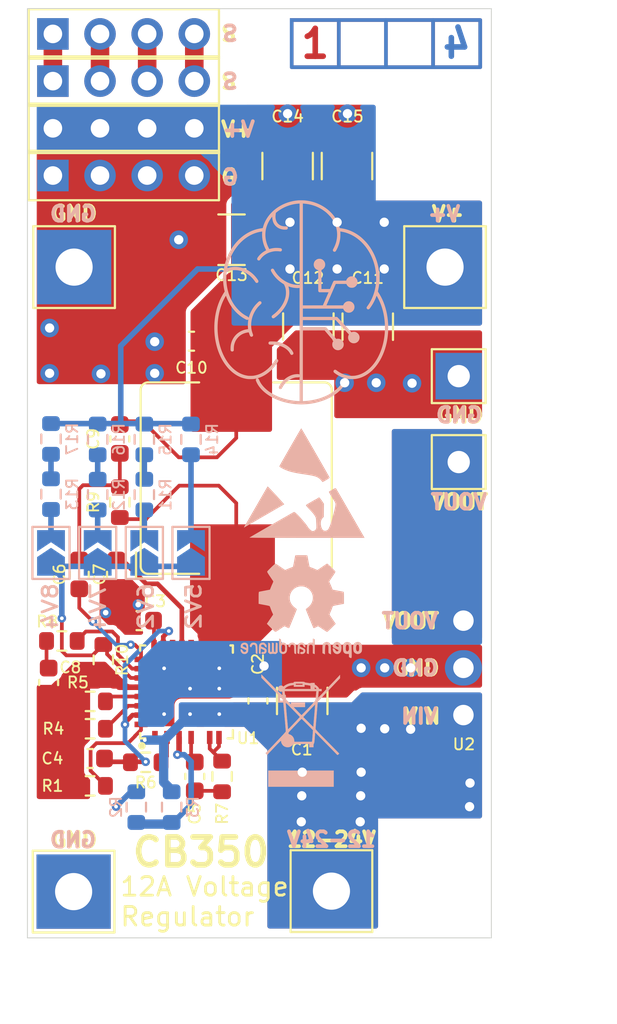
<source format=kicad_pcb>
(kicad_pcb (version 20221018) (generator pcbnew)
  (layers (0 "F.Cu" signal) (1 "In1.Cu" power) (2 "In2.Cu" power) (31 "B.Cu" signal) (34 "B.Paste" user) (35 "F.Paste" user) (36 "B.SilkS" user "B.Silkscreen") (37 "F.SilkS" user "F.Silkscreen") (38 "B.Mask" user) (39 "F.Mask" user) (44 "Edge.Cuts" user))
  (net 0 "")
  (net 1 "+24V")
  (net 2 "GND")
  (net 3 "+VDC")
  (net 4 "VDD")
  (net 5 "+5V")
  (net 6 "Net-(U1-SS)")
  (net 7 "Net-(C5-Pad2)")
  (net 8 "Net-(U1-BOOT)")
  (net 9 "Net-(C6-Pad2)")
  (net 10 "Net-(U1-VSNS)")
  (net 11 "Net-(U1-VDRV)")
  (net 12 "Net-(C8-Pad1)")
  (net 13 "Net-(J5-Pin_4)")
  (net 14 "Net-(J5-Pin_3)")
  (net 15 "Net-(J5-Pin_2)")
  (net 16 "Net-(J5-Pin_1)")
  (net 17 "Net-(JP1-B)")
  (net 18 "Net-(JP1-A)")
  (net 19 "Net-(JP2-B)")
  (net 20 "Net-(JP3-B)")
  (net 21 "Net-(JP4-B)")
  (net 22 "Net-(U1-SW)")
  (net 23 "Net-(U1-MODE)")
  (net 24 "Net-(U1-EN)")
  (net 25 "Net-(U1-ILIM)")
  (net 26 "Net-(U1-FSW)")
  (net 27 "Net-(U1-PGOOD)")
  (net 28 "Net-(R7-Pad1)")
  (net 29 "Net-(U1-COMP)")
  (net 30 "Net-(R11-Pad2)")
  (net 31 "Net-(R12-Pad2)")
  (net 32 "Net-(R13-Pad2)")
  (footprint "Capacitor_SMD:C_1210_3225Metric" (layer "F.Cu") (at 114.808 87.249 90)
    (fp_text reference "C1")
    (fp_text value "47µ")
  )
  (footprint "Capacitor_SMD:C_0603_1608Metric" (layer "F.Cu") (at 108.839 67.8942 180)
    (fp_text reference "C10")
    (fp_text value "100n")
  )
  (footprint "Capacitor_SMD:C_0603_1608Metric" (layer "F.Cu") (at 102.7938 80.4418 90)
    (fp_text reference "C6")
    (fp_text value "1n2")
  )
  (footprint "Resistor_SMD:R_0603_1608Metric" (layer "F.Cu") (at 103.378 87.2744 180)
    (fp_text reference "R5")
    (fp_text value "27k4")
  )
  (footprint "Connector_PinHeader_2.54mm:PinHeader_1x04_P2.54mm_Vertical" (layer "F.Cu") (at 101.3714 51.3588 90)
    (fp_text reference "J6" hide)
    (fp_text value "S")
  )
  (footprint "Capacitor_SMD:C_0603_1608Metric" (layer "F.Cu") (at 109.0168 91.313 -90)
    (fp_text reference "C5")
    (fp_text value "100n")
  )
  (footprint "Capacitor_SMD:C_0603_1608Metric" (layer "F.Cu") (at 101.1428 86.2584 -90)
    (fp_text reference "C8")
    (fp_text value "560p")
  )
  (footprint "MountingHole:MountingHole_3.2mm_M3_DIN965" (layer "F.Cu") (at 121.9454 96.9518)
    (fp_text reference "H2" hide)
    (fp_text value "MountingHole" hide)
  )
  (footprint "TestPoint:TestPoint_THTPad_2.5x2.5mm_Drill1.2mm" (layer "F.Cu") (at 123.2408 74.3966)
    (fp_text reference "J3" hide)
    (fp_text value "5V")
  )
  (footprint "eigene:VREG_SIC471ED-T1-GE3" (layer "F.Cu") (at 108.5712 86.7638 90)
    (fp_text reference "U1")
    (fp_text value "SIC471ED-T1-GE3")
  )
  (footprint "Capacitor_SMD:C_1210_3225Metric" (layer "F.Cu") (at 115.1382 67.1068 -90)
    (fp_text reference "C12")
    (fp_text value "47µ")
  )
  (footprint "Capacitor_SMD:C_0603_1608Metric" (layer "F.Cu") (at 104.8004 80.4418 -90)
    (fp_text reference "C7")
    (fp_text value "4u7")
  )
  (footprint "TestPoint:TestPoint_THTPad_4.0x4.0mm_Drill2.0mm" (layer "F.Cu") (at 122.5042 63.9064)
    (fp_text reference "J9" hide)
    (fp_text value "V_Out")
  )
  (footprint "Resistor_SMD:R_0603_1608Metric" (layer "F.Cu") (at 103.378 88.7476 180)
    (fp_text reference "R4")
    (fp_text value "69k8")
  )
  (footprint "Resistor_SMD:R_0603_1608Metric" (layer "F.Cu") (at 101.854 84.0232 180)
    (fp_text reference "R8")
    (fp_text value "154k")
  )
  (footprint "Connector_PinHeader_2.54mm:PinHeader_1x04_P2.54mm_Vertical" (layer "F.Cu") (at 101.3714 58.9788 90)
    (fp_text reference "J8" hide)
    (fp_text value "G")
  )
  (footprint "Capacitor_SMD:C_0603_1608Metric" (layer "F.Cu") (at 104.9782 73.152 90)
    (fp_text reference "C9")
    (fp_text value "3n9")
  )
  (footprint "TestPoint:TestPoint_THTPad_4.0x4.0mm_Drill2.0mm" (layer "F.Cu") (at 102.489 97.5106)
    (fp_text reference "J2" hide)
    (fp_text value "GND")
  )
  (footprint "Capacitor_SMD:C_1210_3225Metric" (layer "F.Cu") (at 110.998 62.4332 180)
    (fp_text reference "C13")
    (fp_text value "47µ")
  )
  (footprint "TestPoint:TestPoint_THTPad_2.5x2.5mm_Drill1.2mm" (layer "F.Cu") (at 123.2408 69.7738)
    (fp_text reference "J4" hide)
    (fp_text value "GND")
  )
  (footprint "Capacitor_SMD:C_0603_1608Metric" (layer "F.Cu") (at 112.4204 87.249 90)
    (fp_text reference "C2")
    (fp_text value "100n")
  )
  (footprint "eigene:ladder_4" (layer "F.Cu") (at 113.7994 56.6306)
    (fp_text reference "")
    (fp_text value "")
  )
  (footprint "MountingHole:MountingHole_3.2mm_M3_DIN965" (layer "F.Cu") (at 121.9708 56.9468)
    (fp_text reference "H1" hide)
    (fp_text value "MountingHole" hide)
  )
  (footprint "Resistor_SMD:R_0603_1608Metric" (layer "F.Cu") (at 110.49 91.313 -90)
    (fp_text reference "R7")
    (fp_text value "2R2")
  )
  (footprint "Resistor_SMD:R_0603_1608Metric" (layer "F.Cu") (at 104.0892 85.0392 -90)
    (fp_text reference "R10")
    (fp_text value "10k")
  )
  (footprint "Inductor_SMD:L_Bourns_SRP1038C_10.0x10.0mm" (layer "F.Cu") (at 111.252 75.2602 90)
    (fp_text reference "L1")
    (fp_text value "SRP1038AA-2R2M\n")
  )
  (footprint "Capacitor_SMD:C_1210_3225Metric" (layer "F.Cu") (at 118.3386 67.1126 -90)
    (fp_text reference "C11")
    (fp_text value "47µ")
  )
  (footprint "Resistor_SMD:R_0603_1608Metric" (layer "F.Cu") (at 103.378 91.821 180)
    (fp_text reference "R1")
    (fp_text value "2k")
  )
  (footprint "Capacitor_SMD:C_1210_3225Metric" (layer "F.Cu") (at 114.0206 58.469 90)
    (fp_text reference "C14")
    (fp_text value "47µ")
  )
  (footprint "Connector_PinHeader_2.54mm:PinHeader_1x04_P2.54mm_Vertical" (layer "F.Cu") (at 101.3714 56.4388 90)
    (fp_text reference "J7" hide)
    (fp_text value "V+")
  )
  (footprint "TestPoint:TestPoint_THTPad_4.0x4.0mm_Drill2.0mm" (layer "F.Cu") (at 116.3828 97.4852)
    (fp_text reference "J1" hide)
    (fp_text value "V_In")
  )
  (footprint "Resistor_SMD:R_0603_1608Metric" (layer "F.Cu") (at 106.3752 90.551 180)
    (fp_text reference "R6")
    (fp_text value "100k")
  )
  (footprint "Package_TO_SOT_THT:TO-220-3_Vertical" (layer "F.Cu") (at 123.4948 88.011 90)
    (fp_text reference "U2")
    (fp_text value "SY317")
  )
  (footprint "Connector_PinHeader_2.54mm:PinHeader_1x04_P2.54mm_Vertical" (layer "F.Cu") (at 101.3714 53.8988 90)
    (fp_text reference "J5" hide)
    (fp_text value "S")
  )
  (footprint "Capacitor_SMD:C_0603_1608Metric" (layer "F.Cu") (at 103.378 90.3478 180)
    (fp_text reference "C4")
    (fp_text value "1u")
  )
  (footprint "Capacitor_SMD:C_1210_3225Metric" (layer "F.Cu") (at 117.221 58.469 90)
    (fp_text reference "C15")
    (fp_text value "47µ")
  )
  (footprint "TestPoint:TestPoint_THTPad_4.0x4.0mm_Drill2.0mm" (layer "F.Cu") (at 102.5144 63.9064)
    (fp_text reference "J10" hide)
    (fp_text value "GND")
  )
  (footprint "Capacitor_SMD:C_0603_1608Metric" (layer "F.Cu") (at 106.0196 82.931 180)
    (fp_text reference "C3")
    (fp_text value "100n")
  )
  (footprint "Resistor_SMD:R_0603_1608Metric" (layer "F.Cu") (at 104.9782 76.5556 90)
    (fp_text reference "R9")
    (fp_text value "3k92")
  )
  (footprint "Resistor_SMD:R_0603_1608Metric" (layer "B.Cu") (at 101.2698 73.152 90)
    (fp_text reference "R17")
    (fp_text value "68k")
  )
  (footprint "Resistor_SMD:R_0603_1608Metric" (layer "B.Cu") (at 107.7722 92.964 -90)
    (fp_text reference "R2")
    (fp_text value "562k")
  )
  (footprint "Jumper:SolderJumper-2_P1.3mm_Open_TrianglePad1.0x1.5mm" (layer "B.Cu") (at 103.7844 79.285 90)
    (fp_text reference "JP3" hide)
    (fp_text value "7V4")
  )
  (footprint "Resistor_SMD:R_0603_1608Metric" (layer "B.Cu") (at 103.7844 73.1774 90)
    (fp_text reference "R16")
    (fp_text value "75k")
  )
  (footprint "Jumper:SolderJumper-2_P1.3mm_Open_TrianglePad1.0x1.5mm" (layer "B.Cu") (at 106.299 79.285 90)
    (fp_text reference "JP2" hide)
    (fp_text value "6V2")
  )
  (footprint "Symbol:ESD-Logo_6.6x6mm_SilkScreen" (layer "B.Cu") (at 114.9096 75.5142 180)
    (fp_text reference "REF**" hide)
    (fp_text value "ESD-Logo_6.6x6mm_SilkScreen" hide)
  )
  (footprint "Resistor_SMD:R_0603_1608Metric" (layer "B.Cu") (at 108.8136 73.1774 90)
    (fp_text reference "R14")
    (fp_text value "54k9")
  )
  (footprint "Jumper:SolderJumper-2_P1.3mm_Open_TrianglePad1.0x1.5mm" (layer "B.Cu") (at 101.2698 79.285 90)
    (fp_text reference "JP4" hide)
    (fp_text value "8V4")
  )
  (footprint "Symbol:OSHW-Logo2_7.3x6mm_SilkScreen" (layer "B.Cu") (at 114.7572 82.169 180)
    (fp_text reference "REF**" hide)
    (fp_text value "OSHW-Logo2_7.3x6mm_SilkScreen" hide)
  )
  (footprint "Resistor_SMD:R_0603_1608Metric" (layer "B.Cu") (at 106.299 76.1492 90)
    (fp_text reference "R11")
    (fp_text value "5k6")
  )
  (footprint "Jumper:SolderJumper-2_P1.3mm_Open_TrianglePad1.0x1.5mm" (layer "B.Cu") (at 108.8136 79.285 90)
    (fp_text reference "JP1" hide)
    (fp_text value "5V2")
  )
  (footprint "eigene:logo" (layer "B.Cu") (at 114.7318 65.8368 180)
    (fp_text reference "G***" hide)
    (fp_text value "LOGO" hide)
  )
  (footprint "Resistor_SMD:R_0603_1608Metric" (layer "B.Cu") (at 101.2698 76.1238 90)
    (fp_text reference "R13")
    (fp_text value "27k")
  )
  (footprint "Resistor_SMD:R_0603_1608Metric" (layer "B.Cu") (at 105.8672 92.964 90)
    (fp_text reference "R3")
    (fp_text value "200k")
  )
  (footprint "Resistor_SMD:R_0603_1608Metric" (layer "B.Cu") (at 106.299 73.1774 90)
    (fp_text reference "R15")
    (fp_text value "62k")
  )
  (footprint "Symbol:WEEE-Logo_4.2x6mm_SilkScreen" (layer "B.Cu") (at 114.7318 88.8492 180)
    (fp_text reference "REF**" hide)
    (fp_text value "WEEE-Logo_4.2x6mm_SilkScreen" hide)
  )
  (footprint "Resistor_SMD:R_0603_1608Metric" (layer "B.Cu") (at 103.7844 76.1492 90)
    (fp_text reference "R12")
    (fp_text value "7k5")
  )
  (gr_line locked (start 100 50) (end 100 100) (stroke (width 0.05)) (layer "Edge.Cuts"))
  (gr_line locked (start 125 100) (end 125 50) (stroke (width 0.05)) (layer "Edge.Cuts"))
  (gr_line locked (start 125 50) (end 100 50) (stroke (width 0.05)) (layer "Edge.Cuts"))
  (gr_line locked (start 100 100) (end 125 100) (stroke (width 0.05)) (layer "Edge.Cuts"))
  (gr_text "S\n\nS\n\nV+\n\nG" (at 110.4138 59.5376) (layer "B.SilkS") (effects (font (size 0.8 0.8) (thickness 0.2) bold) (justify right bottom mirror)))
  (gr_text "VOUT" (at 122.2248 83.4136) (layer "B.SilkS") (effects (font (size 0.8 0.8) (thickness 0.2) bold) (justify left bottom mirror)))
  (gr_text "V+" (at 123.4186 61.5188) (layer "B.SilkS") (effects (font (size 0.8 0.8) (thickness 0.2) bold) (justify left bottom mirror)))
  (gr_text "GND" (at 103.8098 61.5188) (layer "B.SilkS") (effects (font (size 0.8 0.8) (thickness 0.2) bold) (justify left bottom mirror)))
  (gr_text "GND" (at 124.6124 72.3392) (layer "B.SilkS") (effects (font (size 0.8 0.8) (thickness 0.2) bold) (justify left bottom mirror)))
  (gr_text "VOUT" (at 124.8664 77.0128) (layer "B.SilkS") (effects (font (size 0.8 0.8) (thickness 0.2) bold) (justify left bottom mirror)))
  (gr_text "GND" (at 122.2502 85.9536) (layer "B.SilkS") (effects (font (size 0.8 0.8) (thickness 0.2) bold) (justify left bottom mirror)))
  (gr_text "8V4\n\n7V4\n\n6V2\n\n5V2" (at 109.4232 80.8228 90) (layer "B.SilkS") (effects (font (size 0.8 0.9)) (justify left bottom mirror)))
  (gr_text "GND" (at 103.8098 95.1992) (layer "B.SilkS") (effects (font (size 0.8 0.8) (thickness 0.2) bold) (justify left bottom mirror)))
  (gr_text "VIN" (at 122.1994 88.5444) (layer "B.SilkS") (effects (font (size 0.8 0.8) (thickness 0.2) bold) (justify left bottom mirror)))
  (gr_text "12-24V" (at 118.872 95.1738) (layer "B.SilkS") (effects (font (size 0.8 0.8) (thickness 0.2) bold) (justify left bottom mirror)))
  (gr_text "V+" (at 121.6914 61.5188) (layer "F.SilkS") (effects (font (size 0.8 0.8) (thickness 0.2) bold) (justify left bottom)))
  (gr_text "GND" (at 101.1682 61.4934) (layer "F.SilkS") (effects (font (size 0.8 0.8) (thickness 0.2) bold) (justify left bottom)))
  (gr_text "S\n\nS\n\nV+\n\nG" (at 110.3376 59.5376) (layer "F.SilkS") (effects (font (size 0.8 0.8) (thickness 0.2) bold) (justify left bottom)))
  (gr_text "12A Voltage\nRegulator" (at 104.9274 99.441) (layer "F.SilkS") (effects (font (size 1 1)) (justify left bottom)))
  (gr_text "VOUT" (at 119.0498 83.4136) (layer "F.SilkS") (effects (font (size 0.8 0.8) (thickness 0.2) bold) (justify left bottom)))
  (gr_text "GND" (at 121.9708 72.3392) (layer "F.SilkS") (effects (font (size 0.8 0.8) (thickness 0.2) bold) (justify left bottom)))
  (gr_text "GND" (at 119.6086 85.9536) (layer "F.SilkS") (effects (font (size 0.8 0.8) (thickness 0.2) bold) (justify left bottom)))
  (gr_text "VIN" (at 120.1928 88.5444) (layer "F.SilkS") (effects (font (size 0.8 0.8) (thickness 0.2) bold) (justify left bottom)))
  (gr_text "GND" (at 101.1682 95.1992) (layer "F.SilkS") (effects (font (size 0.8 0.8) (thickness 0.2) bold) (justify left bottom)))
  (gr_text "CB350" (at 105.5116 96.266) (layer "F.SilkS") (effects (font (size 1.5 1.5) (thickness 0.3) bold) (justify left bottom)))
  (gr_text "12-24V" (at 113.8936 95.1738) (layer "F.SilkS") (effects (font (size 0.8 0.8) (thickness 0.2) bold) (justify left bottom)))
  (gr_text "VOUT" (at 121.6914 77.0128) (layer "F.SilkS") (effects (font (size 0.8 0.8) (thickness 0.2) bold) (justify left bottom)))
  (segment (start 106.8712 89.2138) (end 106.4678 89.2138) (width 0.2) (layer "F.Cu") (net 1))
  (segment (start 106.4678 89.2138) (end 106.3244 89.3572) (width 0.2) (layer "F.Cu") (net 1))
  (via (at 123.825 92.9386) (size 1) (drill 0.5) (layers "F.Cu" "B.Cu") (net 1))
  (via (at 117.983 91.0844) (size 1) (drill 0.5) (layers "F.Cu" "B.Cu") (net 1))
  (via (at 117.9576 92.3544) (size 1) (drill 0.5) (layers "F.Cu" "B.Cu") (net 1))
  (via (at 114.7572 93.7514) (size 1) (drill 0.5) (layers "F.Cu" "B.Cu") (net 1))
  (via (at 117.983 88.7222) (size 1) (drill 0.5) (layers "F.Cu" "B.Cu") (net 1))
  (via (at 106.3244 89.3572) (size 0.46) (drill 0.2) (layers "F.Cu" "B.Cu") (net 1))
  (via (at 114.7826 92.3544) (size 1) (drill 0.5) (layers "F.Cu" "B.Cu") (net 1))
  (via (at 120.65 88.773) (size 1) (drill 0.5) (layers "F.Cu" "B.Cu") (net 1))
  (via (at 114.808 91.0844) (size 1) (drill 0.5) (layers "F.Cu" "B.Cu") (net 1))
  (via (at 108.7628 87.9602) (size 0.46) (drill 0.2) (layers "F.Cu" "B.Cu") (net 1))
  (via (at 123.8504 91.6686) (size 1) (drill 0.5) (layers "F.Cu" "B.Cu") (net 1))
  (via (at 119.253 88.7476) (size 1) (drill 0.5) (layers "F.Cu" "B.Cu") (net 1))
  (via (at 110.3376 87.9602) (size 0.46) (drill 0.2) (layers "F.Cu" "B.Cu") (net 1))
  (via (at 117.9322 93.7514) (size 1) (drill 0.5) (layers "F.Cu" "B.Cu") (net 1))
  (segment (start 107.3404 89.3826) (end 107.3404 91.6197) (width 0.5) (layer "B.Cu") (net 1))
  (segment (start 107.3658 89.3572) (end 107.3404 89.3826) (width 0.5) (layer "B.Cu") (net 1))
  (segment (start 107.3658 89.3572) (end 106.3244 89.3572) (width 0.5) (layer "B.Cu") (net 1))
  (segment (start 108.7628 87.9602) (end 107.3658 89.3572) (width 0.5) (layer "B.Cu") (net 1))
  (segment (start 107.3404 91.6197) (end 107.7722 92.0515) (width 0.5) (layer "B.Cu") (net 1))
  (segment (start 106.1212 86.5138) (end 107.1212 86.5138) (width 0.3) (layer "F.Cu") (net 2))
  (segment (start 107.8212 84.3138) (end 107.8212 85.041) (width 0.3) (layer "F.Cu") (net 2))
  (segment (start 106.1212 86.5138) (end 105.3352 86.5138) (width 0.3) (layer "F.Cu") (net 2))
  (segment (start 105.3352 86.5138) (end 105.283 86.4616) (width 0.3) (layer "F.Cu") (net 2))
  (segment (start 107.8212 85.041) (end 107.3658 85.4964) (width 0.3) (layer "F.Cu") (net 2))
  (segment (start 107.1212 86.5138) (end 107.3712 86.7638) (width 0.3) (layer "F.Cu") (net 2))
  (via (at 120.7262 70.1548) (size 1) (drill 0.5) (layers "F.Cu" "B.Cu") (net 2))
  (via (at 104.2162 82.4992) (size 0.6) (drill 0.3) (layers "F.Cu" "B.Cu") (net 2))
  (via (at 101.1936 69.6214) (size 1) (drill 0.5) (layers "F.Cu" "B.Cu") (net 2))
  (via (at 117.2464 55.6514) (size 1) (drill 0.5) (layers "F.Cu" "B.Cu") (net 2))
  (via (at 106.8578 69.6214) (size 1) (drill 0.5) (layers "F.Cu" "B.Cu") (net 2))
  (via (at 120.65 85.471) (size 1) (drill 0.5) (layers "F.Cu" "B.Cu") (net 2))
  (via (at 108.1532 62.4332) (size 1) (drill 0.5) (layers "F.Cu" "B.Cu") (net 2))
  (via (at 117.094 70.1294) (size 1) (drill 0.5) (layers "F.Cu" "B.Cu") (net 2))
  (via (at 103.9622 69.6468) (size 1) (drill 0.5) (layers "F.Cu" "B.Cu") (net 2))
  (via (at 117.983 85.471) (size 1) (drill 0.5) (layers "F.Cu" "B.Cu") (net 2))
  (via (at 108.7628 86.5886) (size 0.46) (drill 0.2) (layers "F.Cu" "B.Cu") (net 2))
  (via (at 110.3376 86.5886) (size 0.46) (drill 0.2) (layers "F.Cu" "B.Cu") (net 2))
  (via (at 110.3376 85.4964) (size 0.46) (drill 0.2) (layers "F.Cu" "B.Cu") (net 2))
  (via (at 105.9688 82.0674) (size 0.6) (drill 0.3) (layers "F.Cu" "B.Cu") (net 2))
  (via (at 119.253 85.471) (size 1) (drill 0.5) (layers "F.Cu" "B.Cu") (net 2))
  (via (at 107.3658 87.9602) (size 0.46) (drill 0.2) (layers "F.Cu" "B.Cu") (net 2))
  (via (at 112.7506 85.3694) (size 1) (drill 0.5) (layers "F.Cu" "B.Cu") (net 2))
  (via (at 107.3658 85.4964) (size 0.46) (drill 0.2) (layers "F.Cu" "B.Cu") (net 2))
  (via (at 106.8578 67.9196) (size 1) (drill 0.5) (layers "F.Cu" "B.Cu") (net 2))
  (via (at 118.7958 70.1294) (size 1) (drill 0.5) (layers "F.Cu" "B.Cu") (net 2))
  (via (at 114.0206 55.6514) (size 1) (drill 0.5) (layers "F.Cu" "B.Cu") (net 2))
  (via (at 101.1936 67.183) (size 1) (drill 0.5) (layers "F.Cu" "B.Cu") (net 2))
  (via (at 104.775 92.9386) (size 0.46) (drill 0.2) (layers "F.Cu" "B.Cu") (net 2))
  (segment (start 105.8672 92.0515) (end 105.6621 92.0515) (width 0.3) (layer "B.Cu") (net 2))
  (segment (start 105.6621 92.0515) (end 104.775 92.9386) (width 0.3) (layer "B.Cu") (net 2))
  (segment (start 111.252 70.7852) (end 111.252 73.1012) (width 0.2) (layer "F.Cu") (net 3))
  (segment (start 106.2126 72.202) (end 104.9782 72.202) (width 0.2) (layer "F.Cu") (net 3))
  (segment (start 110.2106 74.1426) (end 108.1532 74.1426) (width 0.2) (layer "F.Cu") (net 3))
  (segment (start 108.1532 74.1426) (end 106.2126 72.202) (width 0.2) (layer "F.Cu") (net 3))
  (segment (start 111.252 73.1012) (end 110.2106 74.1426) (width 0.2) (layer "F.Cu") (net 3))
  (via (at 119.2276 64.008) (size 1) (drill 0.5) (layers "F.Cu" "B.Cu") (net 3))
  (via (at 114.1476 61.4934) (size 1) (drill 0.5) (layers "F.Cu" "B.Cu") (net 3))
  (via (at 114.1476 64.008) (size 1) (drill 0.5) (layers "F.Cu" "B.Cu") (net 3))
  (via (at 119.2276 61.4934) (size 1) (drill 0.5) (layers "F.Cu" "B.Cu") (net 3))
  (via (at 116.6876 64.008) (size 1) (drill 0.5) (layers "F.Cu" "B.Cu") (net 3))
  (via (at 116.6876 61.4934) (size 1) (drill 0.5) (layers "F.Cu" "B.Cu") (net 3))
  (segment (start 105.029 68.1482) (end 109.1692 64.008) (width 0.3) (layer "B.Cu") (net 3))
  (segment (start 105.029 72.327) (end 105.029 68.1482) (width 0.3) (layer "B.Cu") (net 3))
  (segment (start 108.7882 72.327) (end 108.8136 72.3524) (width 0.3) (layer "B.Cu") (net 3))
  (segment (start 109.1692 64.008) (end 114.1476 64.008) (width 0.3) (layer "B.Cu") (net 3))
  (segment (start 105.029 72.327) (end 108.7882 72.327) (width 0.3) (layer "B.Cu") (net 3))
  (segment (start 101.2698 72.327) (end 105.029 72.327) (width 0.3) (layer "B.Cu") (net 3))
  (segment (start 105.2576 88.41778) (end 105.66158 88.0138) (width 0.25) (layer "F.Cu") (net 4))
  (segment (start 107.3212 84.3138) (end 107.3212 83.7884) (width 0.25) (layer "F.Cu") (net 4))
  (segment (start 105.66158 88.0138) (end 106.1212 88.0138) (width 0.25) (layer "F.Cu") (net 4))
  (segment (start 107.3212 83.7884) (end 107.6198 83.4898) (width 0.25) (layer "F.Cu") (net 4))
  (segment (start 105.2576 88.519) (end 105.2576 88.41778) (width 0.25) (layer "F.Cu") (net 4))
  (segment (start 106.3707 90.5256) (end 104.3308 90.5256) (width 0.25) (layer "F.Cu") (net 4))
  (segment (start 104.3308 90.5256) (end 104.153 90.3478) (width 0.25) (layer "F.Cu") (net 4))
  (via (at 106.3707 90.5256) (size 0.46) (drill 0.2) (layers "F.Cu" "B.Cu") (net 4))
  (via (at 105.2576 88.519) (size 0.46) (drill 0.2) (layers "F.Cu" "B.Cu") (net 4))
  (via (at 107.6198 83.4898) (size 0.46) (drill 0.2) (layers "F.Cu" "B.Cu") (net 4))
  (segment (start 107.083889 83.4898) (end 105.2576 85.316089) (width 0.25) (layer "B.Cu") (net 4))
  (segment (start 105.2576 89.4125) (end 106.3707 90.5256) (width 0.25) (layer "B.Cu") (net 4))
  (segment (start 105.2576 85.316089) (end 105.2576 88.519) (width 0.25) (layer "B.Cu") (net 4))
  (segment (start 107.6198 83.4898) (end 107.083889 83.4898) (width 0.25) (layer "B.Cu") (net 4))
  (segment (start 105.2576 88.519) (end 105.2576 89.4125) (width 0.25) (layer "B.Cu") (net 4))
  (segment (start 106.8212 84.3138) (end 106.8212 83.2092) (width 0.2) (layer "F.Cu") (net 6))
  (segment (start 106.8212 83.2092) (end 107.0994 82.931) (width 0.2) (layer "F.Cu") (net 6))
  (segment (start 109.0168 92.088) (end 110.44 92.088) (width 0.2) (layer "F.Cu") (net 7))
  (segment (start 110.44 92.088) (end 110.49 92.138) (width 0.2) (layer "F.Cu") (net 7))
  (segment (start 108.8212 89.2138) (end 108.8212 90.3424) (width 0.2) (layer "F.Cu") (net 8))
  (segment (start 108.8212 90.3424) (end 109.0168 90.538) (width 0.2) (layer "F.Cu") (net 8))
  (segment (start 102.7938 75.8444) (end 102.7938 79.4918) (width 0.2) (layer "F.Cu") (net 9))
  (segment (start 104.9782 75.6431) (end 104.9782 74.102) (width 0.2) (layer "F.Cu") (net 9))
  (segment (start 102.9951 75.6431) (end 102.7938 75.8444) (width 0.2) (layer "F.Cu") (net 9))
  (segment (start 104.9782 75.6431) (end 102.9951 75.6431) (width 0.2) (layer "F.Cu") (net 9))
  (segment (start 105.791 84.2264) (end 105.5624 84.2264) (width 0.2) (layer "F.Cu") (net 10))
  (segment (start 102.7938 82.2481) (end 102.7938 81.3918) (width 0.2) (layer "F.Cu") (net 10))
  (segment (start 106.0958 84.5312) (end 105.791 84.2264) (width 0.2) (layer "F.Cu") (net 10))
  (segment (start 106.1212 84.5566) (end 106.0958 84.5312) (width 0.2) (layer "F.Cu") (net 10))
  (segment (start 103.5304 82.9847) (end 102.7938 82.2481) (width 0.2) (layer "F.Cu") (net 10))
  (segment (start 106.1212 85.0138) (end 106.1212 84.5566) (width 0.2) (layer "F.Cu") (net 10))
  (via (at 103.5304 82.9847) (size 0.46) (drill 0.2) (layers "F.Cu" "B.Cu") (net 10))
  (via (at 105.5624 84.2264) (size 0.46) (drill 0.2) (layers "F.Cu" "B.Cu") (net 10))
  (segment (start 105.5624 84.2264) (end 104.7721 84.2264) (width 0.2) (layer "B.Cu") (net 10))
  (segment (start 104.7721 84.2264) (end 103.5304 82.9847) (width 0.2) (layer "B.Cu") (net 10))
  (segment (start 108.3212 82.2608) (end 107.0102 80.9498) (width 0.25) (layer "F.Cu") (net 11))
  (segment (start 108.3212 84.3138) (end 108.3212 82.2608) (width 0.25) (layer "F.Cu") (net 11))
  (segment (start 107.0102 80.9498) (end 106.4006 80.9498) (width 0.25) (layer "F.Cu") (net 11))
  (segment (start 104.9426 79.4918) (end 104.8004 79.4918) (width 0.25) (layer "F.Cu") (net 11))
  (segment (start 106.4006 80.9498) (end 104.9426 79.4918) (width 0.25) (layer "F.Cu") (net 11))
  (segment (start 101.029 85.3696) (end 101.1428 85.4834) (width 0.2) (layer "F.Cu") (net 12))
  (segment (start 101.029 84.0232) (end 101.029 85.3696) (width 0.2) (layer "F.Cu") (net 12))
  (segment (start 108.9914 51.3588) (end 108.9914 53.8988) (width 1) (layer "F.Cu") (net 13))
  (segment (start 106.4514 51.3588) (end 106.4514 53.8988) (width 1) (layer "F.Cu") (net 14))
  (segment (start 103.9114 51.3588) (end 103.9114 53.8988) (width 1) (layer "F.Cu") (net 15))
  (segment (start 101.3714 51.3588) (end 101.3714 53.8988) (width 1) (layer "F.Cu") (net 16))
  (segment (start 108.8136 74.0024) (end 108.8136 78.56) (width 0.3) (layer "B.Cu") (net 17))
  (segment (start 103.5052 84.7982) (end 104.0892 84.2142) (width 0.2) (layer "F.Cu") (net 18))
  (segment (start 105.5718 86.0138) (end 104.2924 84.7344) (width 0.2) (layer "F.Cu") (net 18))
  (segment (start 106.1212 86.0138) (end 105.5718 86.0138) (width 0.2) (layer "F.Cu") (net 18))
  (segment (start 101.854 82.804) (end 101.854 84.5566) (width 0.2) (layer "F.Cu") (net 18))
  (segment (start 104.2924 84.7344) (end 104.2924 84.4174) (width 0.2) (layer "F.Cu") (net 18))
  (segment (start 101.854 84.5566) (end 102.0956 84.7982) (width 0.2) (layer "F.Cu") (net 18))
  (segment (start 102.0956 84.7982) (end 103.5052 84.7982) (width 0.2) (layer "F.Cu") (net 18))
  (segment (start 104.2924 84.4174) (end 104.0892 84.2142) (width 0.2) (layer "F.Cu") (net 18))
  (via (at 101.854 82.804) (size 0.46) (drill 0.2) (layers "F.Cu" "B.Cu") (net 18))
  (segment (start 101.2698 80.01) (end 101.854 80.5942) (width 0.3) (layer "B.Cu") (net 18))
  (segment (start 101.2698 80.01) (end 108.8136 80.01) (width 0.3) (layer "B.Cu") (net 18))
  (segment (start 101.854 80.5942) (end 101.854 82.804) (width 0.3) (layer "B.Cu") (net 18))
  (segment (start 106.299 76.9742) (end 106.299 78.56) (width 0.3) (layer "B.Cu") (net 19))
  (segment (start 103.7844 76.9742) (end 103.7844 78.56) (width 0.3) (layer "B.Cu") (net 20))
  (segment (start 101.2698 76.9488) (end 101.2698 78.56) (width 0.3) (layer "B.Cu") (net 21))
  (segment (start 110.3122 75.6666) (end 108.1786 75.6666) (width 0.2) (layer "F.Cu") (net 22))
  (segment (start 106.4006 77.4446) (end 106.4006 77.47) (width 0.2) (layer "F.Cu") (net 22))
  (segment (start 108.1786 75.6666) (end 106.4006 77.4446) (width 0.2) (layer "F.Cu") (net 22))
  (segment (start 106.4006 77.47) (end 106.3987 77.4681) (width 0.2) (layer "F.Cu") (net 22))
  (segment (start 106.3987 77.4681) (end 104.9782 77.4681) (width 0.2) (layer "F.Cu") (net 22))
  (segment (start 111.252 76.6064) (end 110.3122 75.6666) (width 0.2) (layer "F.Cu") (net 22))
  (segment (start 111.252 79.7352) (end 111.252 76.6064) (width 0.2) (layer "F.Cu") (net 22))
  (segment (start 105.7944 89.1506) (end 105.7944 89.137666) (width 0.2) (layer "F.Cu") (net 23))
  (segment (start 104.203 91.8078) (end 103.4034 91.0082) (width 0.2) (layer "F.Cu") (net 23))
  (segment (start 103.4034 89.8398) (end 103.7206 89.5226) (width 0.2) (layer "F.Cu") (net 23))
  (segment (start 104.203 91.821) (end 104.203 91.8078) (width 0.2) (layer "F.Cu") (net 23))
  (segment (start 103.4034 91.0082) (end 103.4034 89.8398) (width 0.2) (layer "F.Cu") (net 23))
  (segment (start 106.1212 88.810866) (end 106.1212 88.5138) (width 0.2) (layer "F.Cu") (net 23))
  (segment (start 105.4224 89.5226) (end 105.7944 89.1506) (width 0.2) (layer "F.Cu") (net 23))
  (segment (start 103.7206 89.5226) (end 105.4224 89.5226) (width 0.2) (layer "F.Cu") (net 23))
  (segment (start 105.7944 89.137666) (end 106.1212 88.810866) (width 0.2) (layer "F.Cu") (net 23))
  (segment (start 108.1712 90.0504) (end 108.077 90.1446) (width 0.3) (layer "F.Cu") (net 24))
  (segment (start 108.1712 89.2138) (end 108.1712 90.0504) (width 0.3) (layer "F.Cu") (net 24))
  (via (at 108.077 90.1446) (size 0.46) (drill 0.2) (layers "F.Cu" "B.Cu") (net 24))
  (segment (start 107.7722 93.8765) (end 108.8222 92.8265) (width 0.3) (layer "B.Cu") (net 24))
  (segment (start 108.453872 90.1446) (end 108.077 90.1446) (width 0.3) (layer "B.Cu") (net 24))
  (segment (start 107.7722 93.8765) (end 105.8672 93.8765) (width 0.5) (layer "B.Cu") (net 24))
  (segment (start 108.8222 90.512928) (end 108.453872 90.1446) (width 0.3) (layer "B.Cu") (net 24))
  (segment (start 108.8222 92.8265) (end 108.8222 90.512928) (width 0.3) (layer "B.Cu") (net 24))
  (segment (start 105.4368 87.5138) (end 104.203 88.7476) (width 0.2) (layer "F.Cu") (net 25))
  (segment (start 106.1212 87.5138) (end 105.4368 87.5138) (width 0.2) (layer "F.Cu") (net 25))
  (segment (start 106.1212 87.0138) (end 104.4636 87.0138) (width 0.2) (layer "F.Cu") (net 26))
  (segment (start 104.4636 87.0138) (end 104.203 87.2744) (width 0.2) (layer "F.Cu") (net 26))
  (segment (start 107.5212 89.2138) (end 107.5212 90.23) (width 0.2) (layer "F.Cu") (net 27))
  (segment (start 107.5212 90.23) (end 107.2002 90.551) (width 0.2) (layer "F.Cu") (net 27))
  (segment (start 110.3212 89.7038) (end 110.0135 90.0115) (width 0.2) (layer "F.Cu") (net 28))
  (segment (start 109.8212 89.8192) (end 110.0135 90.0115) (width 0.2) (layer "F.Cu") (net 28))
  (segment (start 110.0135 90.0115) (end 110.49 90.488) (width 0.2) (layer "F.Cu") (net 28))
  (segment (start 110.3212 89.2138) (end 110.3212 89.7038) (width 0.2) (layer "F.Cu") (net 28))
  (segment (start 109.8212 89.2138) (end 109.8212 89.8192) (width 0.2) (layer "F.Cu") (net 28))
  (segment (start 104.8766 84.752914) (end 104.8766 83.819494) (width 0.2) (layer "F.Cu") (net 29))
  (segment (start 106.1212 85.5138) (end 105.637486 85.5138) (width 0.2) (layer "F.Cu") (net 29))
  (segment (start 103.1504 83.5142) (end 102.679 83.9856) (width 0.2) (layer "F.Cu") (net 29))
  (segment (start 105.637486 85.5138) (end 104.8766 84.752914) (width 0.2) (layer "F.Cu") (net 29))
  (segment (start 104.8766 83.819494) (end 104.571306 83.5142) (width 0.2) (layer "F.Cu") (net 29))
  (segment (start 104.571306 83.5142) (end 103.1504 83.5142) (width 0.2) (layer "F.Cu") (net 29))
  (segment (start 102.679 83.9856) (end 102.679 84.0232) (width 0.2) (layer "F.Cu") (net 29))
  (segment (start 106.299 74.0024) (end 106.299 75.3242) (width 0.3) (layer "B.Cu") (net 30))
  (segment (start 103.7844 74.0024) (end 103.7844 75.3242) (width 0.3) (layer "B.Cu") (net 31))
  (segment (start 101.2698 73.977) (end 101.2698 75.2988) (width 0.3) (layer "B.Cu") (net 32))
  (zone (net 3) (net_name "+VDC") (layer "F.Cu") (priority 3) (connect_pads yes (clearance 0.25)) (min_thickness 0.25) (fill yes (thermal_gap 0.5) (thermal_bridge_width 0.5))
    (polygon (pts (xy 113.1824 72.771) (xy 113.1824 68.199) (xy 114.3254 67.056) (xy 124.9426 67.056) (xy 124.9426 60.325) (xy 118.745 60.325) (xy 118.745 58.166) (xy 113.284 58.166) (xy 110.9726 60.4774) (xy 110.9726 64.0842) (xy 108.7882 66.2686) (xy 108.7882 72.771)))
  )
  (zone (net 22) (net_name "Net-(U1-SW)") (layer "F.Cu") (connect_pads yes (clearance 0.25)) (min_thickness 0.25) (fill yes (thermal_gap 0.5) (thermal_bridge_width 0.5))
    (polygon (pts (xy 109.1692 84.9376) (xy 111.6584 84.9376) (xy 113.3348 83.2612) (xy 113.3348 77.7494) (xy 108.7628 77.7494) (xy 108.7628 83.2358) (xy 109.1692 83.6422)))
  )
  (zone (net 2) (net_name "GND") (layer "F.Cu") (connect_pads yes (clearance 0.25)) (min_thickness 0.25) (fill yes (thermal_gap 0.5) (thermal_bridge_width 0.5))
    (polygon (pts (xy 103.886 80.6958) (xy 105.7402 80.6958) (xy 106.3244 81.28) (xy 106.3244 83.693) (xy 104.8766 83.693) (xy 103.886 82.7024)))
  )
  (zone (net 2) (net_name "GND") (layer "F.Cu") (priority 1) (connect_pads yes (clearance 0.25)) (min_thickness 0.25) (fill yes (thermal_gap 0.5) (thermal_bridge_width 0.5))
    (polygon (pts (xy 124.9934 86.7918) (xy 125.0188 84.2264) (xy 113.2078 84.2264) (xy 112.4966 84.9376) (xy 109.1692 84.9376) (xy 109.1692 85.4964) (xy 108.0516 85.4964) (xy 108.0516 83.7692) (xy 107.5944 83.7692) (xy 107.5944 84.8614) (xy 106.68 84.8614) (xy 106.68 86.3092) (xy 105.5624 86.3092) (xy 104.394 85.1408) (xy 102.5398 85.1408) (xy 101.2952 86.3854) (xy 99.9998 86.3854) (xy 100.0252 92.5322) (xy 103.378 92.5322) (xy 103.378 86.5886) (xy 104.8004 86.5886) (xy 104.9274 86.7156) (xy 106.68 86.7156) (xy 106.68 88.646) (xy 108.0516 88.646) (xy 108.0516 87.249) (xy 110.9218 87.249) (xy 110.998 87.1728) (xy 117.1194 87.1728) (xy 117.602 86.6902) (xy 124.9934 86.6902)))
  )
  (zone (net 2) (net_name "GND") (layer "F.Cu") (connect_pads yes (clearance 0.25)) (min_thickness 0.25) (fill yes (thermal_gap 0.5) (thermal_bridge_width 0.5))
    (polygon (pts (xy 118.745 55.1688) (xy 118.745 58.166) (xy 113.284 58.166) (xy 110.9726 60.4774) (xy 110.9726 64.0842) (xy 108.7882 66.2686) (xy 108.7882 70.2056) (xy 100.0252 70.2056) (xy 100.0252 57.7342) (xy 109.22 57.7342) (xy 111.7854 55.1688)))
  )
  (zone (net 2) (net_name "GND") (layer "F.Cu") (connect_pads yes (clearance 0.25)) (min_thickness 0.25) (fill yes (thermal_gap 0.5) (thermal_bridge_width 0.5))
    (polygon (pts (xy 125.0188 72.0344) (xy 116.5352 72.0344) (xy 116.5352 69.977) (xy 113.284 69.977) (xy 113.284 68.199) (xy 114.3 67.183) (xy 124.9934 67.183)))
  )
  (zone (net 1) (net_name "+24V") (layers "F&B.Cu") (priority 2) (connect_pads yes (clearance 0.25)) (min_thickness 0.25) (fill yes (thermal_gap 0.5) (thermal_bridge_width 0.5))
    (polygon (pts (xy 118.8974 99.9998) (xy 118.8974 93.5736) (xy 124.9934 93.5736) (xy 124.9934 86.7918) (xy 118.0084 86.7918) (xy 117.475 87.3252) (xy 110.8964 87.3252) (xy 108.1532 87.3252) (xy 108.1532 88.646) (xy 111.6838 88.646) (xy 112.9284 89.8906) (xy 112.9284 99.9998)))
  )
  (zone (net 5) (net_name "+5V") (layers "F&B.Cu") (connect_pads yes (clearance 0.25)) (min_thickness 0.25) (fill yes (thermal_gap 0.5) (thermal_bridge_width 0.5))
    (polygon (pts (xy 125.0188 84.2264) (xy 124.9934 72.6186) (xy 119.634 72.6186) (xy 119.634 84.2264)))
  )
  (zone (net 2) (net_name "GND") (layer "B.Cu") (connect_pads yes (clearance 0.25)) (min_thickness 0.25) (fill yes (thermal_gap 0.5) (thermal_bridge_width 0.5))
    (polygon (pts (xy 108.1532 88.646) (xy 105.9688 88.646) (xy 105.9688 84.0232) (xy 113.7158 84.0232) (xy 113.7158 87.3252) (xy 108.1532 87.3252)))
  )
  (zone (net 3) (net_name "+VDC") (layer "B.Cu") (priority 4) (connect_pads yes (clearance 0.25)) (min_thickness 0.25) (fill yes (thermal_gap 0.5) (thermal_bridge_width 0.5))
    (polygon (pts (xy 124.9934 67.056) (xy 124.9934 60.325) (xy 118.7704 60.325) (xy 118.7704 58.166) (xy 118.7704 55.1688) (xy 99.9998 55.1688) (xy 99.9998 57.7342) (xy 109.2454 57.7342) (xy 110.998 59.4868) (xy 110.998 67.056)))
  )
)
</source>
